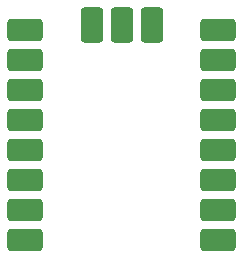
<source format=gtp>
G04*
G04 #@! TF.GenerationSoftware,Altium Limited,Altium Designer,22.2.1 (43)*
G04*
G04 Layer_Color=8421504*
%FSLAX24Y24*%
%MOIN*%
G70*
G04*
G04 #@! TF.SameCoordinates,757E67FC-675A-4625-AC2D-E40298A33DAC*
G04*
G04*
G04 #@! TF.FilePolarity,Positive*
G04*
G01*
G75*
G04:AMPARAMS|DCode=11|XSize=118.1mil|YSize=74.8mil|CornerRadius=11.2mil|HoleSize=0mil|Usage=FLASHONLY|Rotation=180.000|XOffset=0mil|YOffset=0mil|HoleType=Round|Shape=RoundedRectangle|*
%AMROUNDEDRECTD11*
21,1,0.1181,0.0524,0,0,180.0*
21,1,0.0957,0.0748,0,0,180.0*
1,1,0.0224,-0.0478,0.0262*
1,1,0.0224,0.0478,0.0262*
1,1,0.0224,0.0478,-0.0262*
1,1,0.0224,-0.0478,-0.0262*
%
%ADD11ROUNDEDRECTD11*%
G04:AMPARAMS|DCode=12|XSize=118.1mil|YSize=74.8mil|CornerRadius=11.2mil|HoleSize=0mil|Usage=FLASHONLY|Rotation=270.000|XOffset=0mil|YOffset=0mil|HoleType=Round|Shape=RoundedRectangle|*
%AMROUNDEDRECTD12*
21,1,0.1181,0.0524,0,0,270.0*
21,1,0.0957,0.0748,0,0,270.0*
1,1,0.0224,-0.0262,-0.0478*
1,1,0.0224,-0.0262,0.0478*
1,1,0.0224,0.0262,0.0478*
1,1,0.0224,0.0262,-0.0478*
%
%ADD12ROUNDEDRECTD12*%
D11*
X12716Y900D02*
D03*
Y7900D02*
D03*
Y3900D02*
D03*
Y4900D02*
D03*
Y5900D02*
D03*
Y6900D02*
D03*
Y2900D02*
D03*
Y1900D02*
D03*
X6284Y7900D02*
D03*
Y6900D02*
D03*
Y5900D02*
D03*
Y4900D02*
D03*
Y3900D02*
D03*
Y2900D02*
D03*
Y1900D02*
D03*
Y900D02*
D03*
D12*
X8500Y8073D02*
D03*
X10500D02*
D03*
X9500D02*
D03*
M02*

</source>
